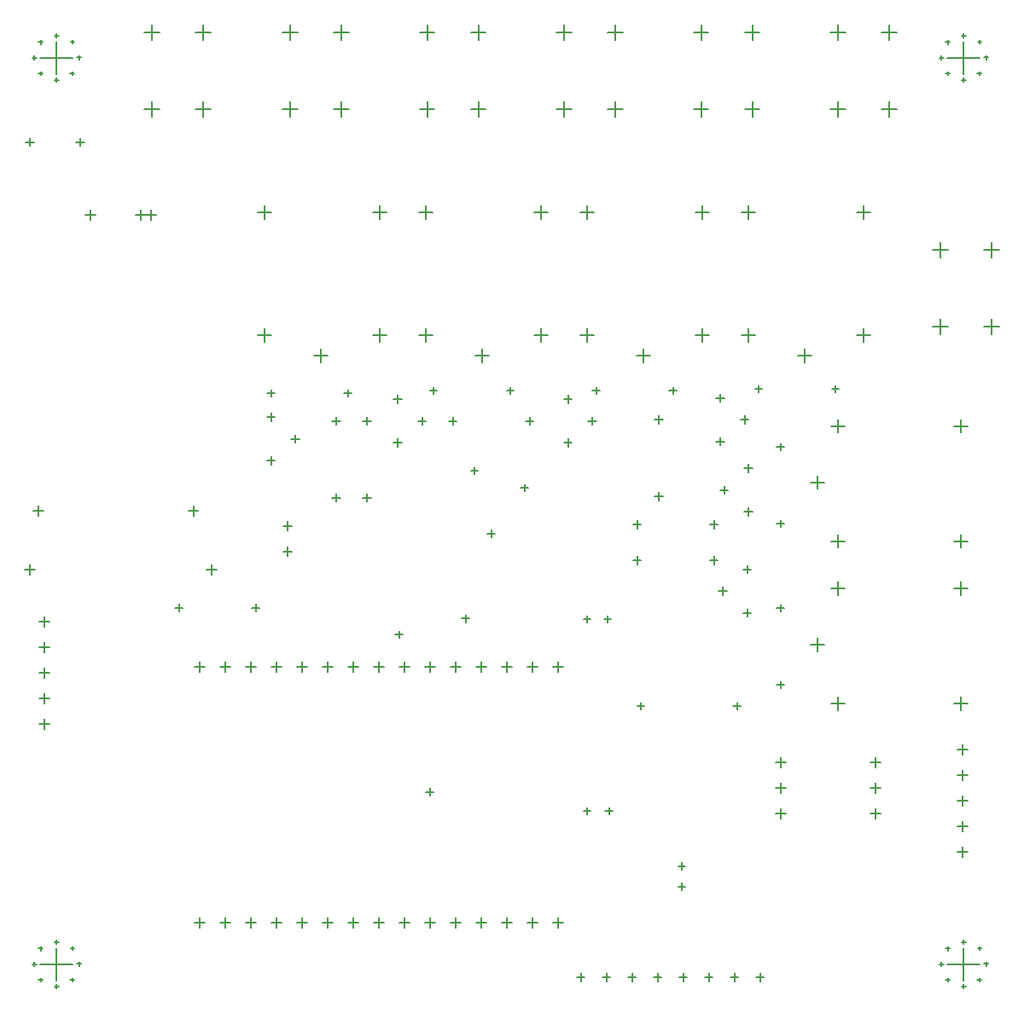
<source format=gbr>
G04*
G04 #@! TF.GenerationSoftware,Altium Limited,Altium Designer,24.3.1 (35)*
G04*
G04 Layer_Color=128*
%FSLAX25Y25*%
%MOIN*%
G70*
G04*
G04 #@! TF.SameCoordinates,1CC19C7B-97DE-4EE6-9EAD-702A75026B31*
G04*
G04*
G04 #@! TF.FilePolarity,Positive*
G04*
G01*
G75*
%ADD13C,0.00500*%
D13*
X7410Y173917D02*
X11347D01*
X9378Y171949D02*
Y175886D01*
X78276Y173917D02*
X82213D01*
X80244Y171949D02*
Y175886D01*
X31032Y312500D02*
X34969D01*
X33000Y310531D02*
Y314469D01*
X54654Y312500D02*
X58591D01*
X56622Y310531D02*
Y314469D01*
X213492Y136000D02*
X217508D01*
X215500Y133992D02*
Y138008D01*
X203492Y136000D02*
X207508D01*
X205500Y133992D02*
Y138008D01*
X193492Y136000D02*
X197508D01*
X195500Y133992D02*
Y138008D01*
X183492Y136000D02*
X187508D01*
X185500Y133992D02*
Y138008D01*
X173492Y136000D02*
X177508D01*
X175500Y133992D02*
Y138008D01*
X163492Y136000D02*
X167508D01*
X165500Y133992D02*
Y138008D01*
X153492Y136000D02*
X157508D01*
X155500Y133992D02*
Y138008D01*
X143492Y136000D02*
X147508D01*
X145500Y133992D02*
Y138008D01*
X133492Y136000D02*
X137508D01*
X135500Y133992D02*
Y138008D01*
X123492Y136000D02*
X127508D01*
X125500Y133992D02*
Y138008D01*
X113492Y136000D02*
X117508D01*
X115500Y133992D02*
Y138008D01*
X103492Y136000D02*
X107508D01*
X105500Y133992D02*
Y138008D01*
X93492Y136000D02*
X97508D01*
X95500Y133992D02*
Y138008D01*
X83492Y136000D02*
X87508D01*
X85500Y133992D02*
Y138008D01*
X73492Y136000D02*
X77508D01*
X75500Y133992D02*
Y138008D01*
X213492Y36000D02*
X217508D01*
X215500Y33992D02*
Y38008D01*
X203492Y36000D02*
X207508D01*
X205500Y33992D02*
Y38008D01*
X193492Y36000D02*
X197508D01*
X195500Y33992D02*
Y38008D01*
X183492Y36000D02*
X187508D01*
X185500Y33992D02*
Y38008D01*
X173492Y36000D02*
X177508D01*
X175500Y33992D02*
Y38008D01*
X163492Y36000D02*
X167508D01*
X165500Y33992D02*
Y38008D01*
X153492Y36000D02*
X157508D01*
X155500Y33992D02*
Y38008D01*
X143492Y36000D02*
X147508D01*
X145500Y33992D02*
Y38008D01*
X133492Y36000D02*
X137508D01*
X135500Y33992D02*
Y38008D01*
X123492Y36000D02*
X127508D01*
X125500Y33992D02*
Y38008D01*
X113492Y36000D02*
X117508D01*
X115500Y33992D02*
Y38008D01*
X103492Y36000D02*
X107508D01*
X105500Y33992D02*
Y38008D01*
X93492Y36000D02*
X97508D01*
X95500Y33992D02*
Y38008D01*
X83492Y36000D02*
X87508D01*
X85500Y33992D02*
Y38008D01*
X73492Y36000D02*
X77508D01*
X75500Y33992D02*
Y38008D01*
X287925Y174000D02*
X291075D01*
X289500Y172425D02*
Y175575D01*
X278425Y165500D02*
X281575D01*
X280000Y163925D02*
Y167075D01*
X287925Y157000D02*
X291075D01*
X289500Y155425D02*
Y158575D01*
X382047Y299000D02*
X387953D01*
X385000Y296047D02*
Y301953D01*
X382047Y269000D02*
X387953D01*
X385000Y266047D02*
Y271953D01*
X362047Y299000D02*
X367953D01*
X365000Y296047D02*
Y301953D01*
X362047Y269000D02*
X367953D01*
X365000Y266047D02*
Y271953D01*
X301122Y159000D02*
X303878D01*
X302500Y157622D02*
Y160378D01*
X301122Y129000D02*
X303878D01*
X302500Y127622D02*
Y130378D01*
X322400Y166500D02*
X327600D01*
X325000Y163900D02*
Y169100D01*
X322400Y121500D02*
X327600D01*
X325000Y118900D02*
Y124100D01*
X314400Y144500D02*
X319600D01*
X317000Y141900D02*
Y147100D01*
X370400Y166500D02*
X375600D01*
X373000Y163900D02*
Y169100D01*
X370400Y121500D02*
X375600D01*
X373000Y118900D02*
Y124100D01*
X274925Y177500D02*
X278075D01*
X276500Y175925D02*
Y179075D01*
X244925Y177500D02*
X248075D01*
X246500Y175925D02*
Y179075D01*
X108228Y181000D02*
X111772D01*
X110000Y179228D02*
Y182772D01*
X108228Y191000D02*
X111772D01*
X110000Y189228D02*
Y192772D01*
X101925Y233500D02*
X105075D01*
X103500Y231925D02*
Y235075D01*
X111425Y225000D02*
X114575D01*
X113000Y223425D02*
Y226575D01*
X101925Y216500D02*
X105075D01*
X103500Y214925D02*
Y218075D01*
X132122Y243000D02*
X134878D01*
X133500Y241622D02*
Y244378D01*
X102122Y243000D02*
X104878D01*
X103500Y241622D02*
Y244378D01*
X127425Y202000D02*
X130575D01*
X129000Y200425D02*
Y203575D01*
X127425Y232000D02*
X130575D01*
X129000Y230425D02*
Y233575D01*
X151425Y240500D02*
X154575D01*
X153000Y238925D02*
Y242075D01*
X160925Y232000D02*
X164075D01*
X162500Y230425D02*
Y233575D01*
X151425Y223500D02*
X154575D01*
X153000Y221925D02*
Y225075D01*
X139425Y202000D02*
X142575D01*
X141000Y200425D02*
Y203575D01*
X139425Y232000D02*
X142575D01*
X141000Y230425D02*
Y233575D01*
X195622Y244000D02*
X198378D01*
X197000Y242622D02*
Y245378D01*
X165622Y244000D02*
X168378D01*
X167000Y242622D02*
Y245378D01*
X172925Y232000D02*
X176075D01*
X174500Y230425D02*
Y233575D01*
X202925Y232000D02*
X206075D01*
X204500Y230425D02*
Y233575D01*
X217925Y240500D02*
X221075D01*
X219500Y238925D02*
Y242075D01*
X227425Y232000D02*
X230575D01*
X229000Y230425D02*
Y233575D01*
X217925Y223500D02*
X221075D01*
X219500Y221925D02*
Y225075D01*
X259122Y244000D02*
X261878D01*
X260500Y242622D02*
Y245378D01*
X229122Y244000D02*
X231878D01*
X230500Y242622D02*
Y245378D01*
X253425Y202500D02*
X256575D01*
X255000Y200925D02*
Y204075D01*
X253425Y232500D02*
X256575D01*
X255000Y230925D02*
Y234075D01*
X277425Y241000D02*
X280575D01*
X279000Y239425D02*
Y242575D01*
X286925Y232500D02*
X290075D01*
X288500Y230925D02*
Y234075D01*
X277425Y224000D02*
X280575D01*
X279000Y222425D02*
Y225575D01*
X322622Y244500D02*
X325378D01*
X324000Y243122D02*
Y245878D01*
X292622Y244500D02*
X295378D01*
X294000Y243122D02*
Y245878D01*
X244925Y191500D02*
X248075D01*
X246500Y189925D02*
Y193075D01*
X274925Y191500D02*
X278075D01*
X276500Y189925D02*
Y193075D01*
X301122Y192000D02*
X303878D01*
X302500Y190622D02*
Y193378D01*
X301122Y222000D02*
X303878D01*
X302500Y220622D02*
Y223378D01*
X288425Y196500D02*
X291575D01*
X290000Y194925D02*
Y198075D01*
X278925Y205000D02*
X282075D01*
X280500Y203425D02*
Y206575D01*
X288425Y213500D02*
X291575D01*
X290000Y211925D02*
Y215075D01*
X370400Y185000D02*
X375600D01*
X373000Y182400D02*
Y187600D01*
X370400Y230000D02*
X375600D01*
X373000Y227400D02*
Y232600D01*
X314400Y208000D02*
X319600D01*
X317000Y205400D02*
Y210600D01*
X322400Y185000D02*
X327600D01*
X325000Y182400D02*
Y187600D01*
X322400Y230000D02*
X327600D01*
X325000Y227400D02*
Y232600D01*
X371532Y73500D02*
X375468D01*
X373500Y71531D02*
Y75468D01*
X371532Y63500D02*
X375468D01*
X373500Y61532D02*
Y65469D01*
X371532Y83500D02*
X375468D01*
X373500Y81532D02*
Y85469D01*
X371532Y93500D02*
X375468D01*
X373500Y91531D02*
Y95468D01*
X371532Y103500D02*
X375468D01*
X373500Y101532D02*
Y105468D01*
X337531Y78500D02*
X341469D01*
X339500Y76531D02*
Y80468D01*
X337531Y88500D02*
X341469D01*
X339500Y86532D02*
Y90469D01*
X337531Y98500D02*
X341469D01*
X339500Y96531D02*
Y100469D01*
X300532Y78500D02*
X304468D01*
X302500Y76531D02*
Y80468D01*
X300532Y88500D02*
X304468D01*
X302500Y86532D02*
Y90469D01*
X300532Y98500D02*
X304468D01*
X302500Y96531D02*
Y100469D01*
X262900Y14500D02*
X266100D01*
X264500Y12900D02*
Y16100D01*
X222900Y14500D02*
X226100D01*
X224500Y12900D02*
Y16100D01*
X232900Y14500D02*
X236100D01*
X234500Y12900D02*
Y16100D01*
X242900Y14500D02*
X246100D01*
X244500Y12900D02*
Y16100D01*
X252900Y14500D02*
X256100D01*
X254500Y12900D02*
Y16100D01*
X282900Y14500D02*
X286100D01*
X284500Y12900D02*
Y16100D01*
X272900Y14500D02*
X276100D01*
X274500Y12900D02*
Y16100D01*
X292900Y14500D02*
X296100D01*
X294500Y12900D02*
Y16100D01*
X13032Y143500D02*
X16969D01*
X15000Y141532D02*
Y145468D01*
X13032Y153500D02*
X16969D01*
X15000Y151532D02*
Y155468D01*
X13032Y133500D02*
X16969D01*
X15000Y131532D02*
Y135468D01*
X13032Y123500D02*
X16969D01*
X15000Y121531D02*
Y125469D01*
X13032Y113500D02*
X16969D01*
X15000Y111531D02*
Y115469D01*
X143400Y313500D02*
X148600D01*
X146000Y310900D02*
Y316100D01*
X98400Y313500D02*
X103600D01*
X101000Y310900D02*
Y316100D01*
X120400Y257500D02*
X125600D01*
X123000Y254900D02*
Y260100D01*
X143400Y265500D02*
X148600D01*
X146000Y262900D02*
Y268100D01*
X98400Y265500D02*
X103600D01*
X101000Y262900D02*
Y268100D01*
X206400Y313500D02*
X211600D01*
X209000Y310900D02*
Y316100D01*
X161400Y313500D02*
X166600D01*
X164000Y310900D02*
Y316100D01*
X183400Y257500D02*
X188600D01*
X186000Y254900D02*
Y260100D01*
X206400Y265500D02*
X211600D01*
X209000Y262900D02*
Y268100D01*
X161400Y265500D02*
X166600D01*
X164000Y262900D02*
Y268100D01*
X269400Y313500D02*
X274600D01*
X272000Y310900D02*
Y316100D01*
X224400Y313500D02*
X229600D01*
X227000Y310900D02*
Y316100D01*
X246400Y257500D02*
X251600D01*
X249000Y254900D02*
Y260100D01*
X269400Y265500D02*
X274600D01*
X272000Y262900D02*
Y268100D01*
X224400Y265500D02*
X229600D01*
X227000Y262900D02*
Y268100D01*
X332400Y313500D02*
X337600D01*
X335000Y310900D02*
Y316100D01*
X287400Y313500D02*
X292600D01*
X290000Y310900D02*
Y316100D01*
X309400Y257500D02*
X314600D01*
X312000Y254900D02*
Y260100D01*
X332400Y265500D02*
X337600D01*
X335000Y262900D02*
Y268100D01*
X287400Y265500D02*
X292600D01*
X290000Y262900D02*
Y268100D01*
X10559Y196752D02*
X14496D01*
X12528Y194783D02*
Y198721D01*
X71189Y196752D02*
X75126D01*
X73157Y194783D02*
Y198721D01*
X31032Y312500D02*
X34969D01*
X33000Y310531D02*
Y314469D01*
X50717Y312500D02*
X54654D01*
X52685Y310531D02*
Y314469D01*
X65925Y159000D02*
X69075D01*
X67500Y157425D02*
Y160575D01*
X95925Y159000D02*
X99075D01*
X97500Y157425D02*
Y160575D01*
X7740Y341000D02*
X10890D01*
X9315Y339425D02*
Y342575D01*
X27425Y341000D02*
X30575D01*
X29000Y339425D02*
Y342575D01*
X74047Y384000D02*
X79953D01*
X77000Y381047D02*
Y386953D01*
X74047Y354000D02*
X79953D01*
X77000Y351047D02*
Y356953D01*
X54047Y384000D02*
X59953D01*
X57000Y381047D02*
Y386953D01*
X54047Y354000D02*
X59953D01*
X57000Y351047D02*
Y356953D01*
X128047Y384000D02*
X133953D01*
X131000Y381047D02*
Y386953D01*
X128047Y354000D02*
X133953D01*
X131000Y351047D02*
Y356953D01*
X108047Y384000D02*
X113953D01*
X111000Y381047D02*
Y386953D01*
X108047Y354000D02*
X113953D01*
X111000Y351047D02*
Y356953D01*
X181547Y384000D02*
X187453D01*
X184500Y381047D02*
Y386953D01*
X181547Y354000D02*
X187453D01*
X184500Y351047D02*
Y356953D01*
X161547Y384000D02*
X167453D01*
X164500Y381047D02*
Y386953D01*
X161547Y354000D02*
X167453D01*
X164500Y351047D02*
Y356953D01*
X235047Y384000D02*
X240953D01*
X238000Y381047D02*
Y386953D01*
X235047Y354000D02*
X240953D01*
X238000Y351047D02*
Y356953D01*
X215047Y384000D02*
X220953D01*
X218000Y381047D02*
Y386953D01*
X215047Y354000D02*
X220953D01*
X218000Y351047D02*
Y356953D01*
X288547Y384000D02*
X294453D01*
X291500Y381047D02*
Y386953D01*
X288547Y354000D02*
X294453D01*
X291500Y351047D02*
Y356953D01*
X268547Y384000D02*
X274453D01*
X271500Y381047D02*
Y386953D01*
X268547Y354000D02*
X274453D01*
X271500Y351047D02*
Y356953D01*
X342047Y384000D02*
X347953D01*
X345000Y381047D02*
Y386953D01*
X342047Y354000D02*
X347953D01*
X345000Y351047D02*
Y356953D01*
X322047Y384000D02*
X327953D01*
X325000Y381047D02*
Y386953D01*
X322047Y354000D02*
X327953D01*
X325000Y351047D02*
Y356953D01*
X13386Y19685D02*
X25984D01*
X19685Y13386D02*
Y25984D01*
X13386Y374016D02*
X25984D01*
X19685Y367717D02*
Y380315D01*
X367717Y374016D02*
X380315D01*
X374016Y367717D02*
Y380315D01*
X367717Y19685D02*
X380315D01*
X374016Y13386D02*
Y25984D01*
X164100Y87000D02*
X166900D01*
X165500Y85600D02*
Y88400D01*
X262600Y58000D02*
X265400D01*
X264000Y56600D02*
Y59400D01*
X262600Y50000D02*
X265400D01*
X264000Y48600D02*
Y51400D01*
X284100Y120500D02*
X286900D01*
X285500Y119100D02*
Y121900D01*
X246600Y120500D02*
X249400D01*
X248000Y119100D02*
Y121900D01*
X234100Y79500D02*
X236900D01*
X235500Y78100D02*
Y80900D01*
X225600Y79500D02*
X228400D01*
X227000Y78100D02*
Y80900D01*
X233600Y154500D02*
X236400D01*
X235000Y153100D02*
Y155900D01*
X225600Y154500D02*
X228400D01*
X227000Y153100D02*
Y155900D01*
X188100Y188000D02*
X190900D01*
X189500Y186600D02*
Y189400D01*
X181600Y212500D02*
X184400D01*
X183000Y211100D02*
Y213900D01*
X152100Y148500D02*
X154900D01*
X153500Y147100D02*
Y149900D01*
X178100Y154750D02*
X180900D01*
X179500Y153350D02*
Y156150D01*
X201100Y205800D02*
X203900D01*
X202500Y204400D02*
Y207200D01*
X25022Y13560D02*
X26597D01*
X25810Y12773D02*
Y14348D01*
X12773Y13560D02*
X14348D01*
X13560Y12773D02*
Y14348D01*
X10236Y19685D02*
X11811D01*
X11024Y18898D02*
Y20472D01*
X12773Y25810D02*
X14348D01*
X13560Y25022D02*
Y26597D01*
X25219Y25908D02*
X26794D01*
X26006Y25121D02*
Y26695D01*
X27756Y19783D02*
X29331D01*
X28543Y18996D02*
Y20571D01*
X18898Y11024D02*
X20472D01*
X19685Y10236D02*
Y11811D01*
X18898Y28346D02*
X20472D01*
X19685Y27559D02*
Y29134D01*
X25022Y367891D02*
X26597D01*
X25810Y367104D02*
Y368679D01*
X12773Y367891D02*
X14348D01*
X13560Y367104D02*
Y368679D01*
X10236Y374016D02*
X11811D01*
X11024Y373228D02*
Y374803D01*
X12773Y380140D02*
X14348D01*
X13560Y379353D02*
Y380928D01*
X25219Y380239D02*
X26794D01*
X26006Y379451D02*
Y381026D01*
X27756Y374114D02*
X29331D01*
X28543Y373327D02*
Y374902D01*
X18898Y365354D02*
X20472D01*
X19685Y364567D02*
Y366142D01*
X18898Y382677D02*
X20472D01*
X19685Y381890D02*
Y383465D01*
X379353Y367891D02*
X380928D01*
X380140Y367104D02*
Y368679D01*
X367104Y367891D02*
X368679D01*
X367891Y367104D02*
Y368679D01*
X364567Y374016D02*
X366142D01*
X365354Y373228D02*
Y374803D01*
X367104Y380140D02*
X368679D01*
X367891Y379353D02*
Y380928D01*
X379550Y380239D02*
X381125D01*
X380337Y379451D02*
Y381026D01*
X382087Y374114D02*
X383661D01*
X382874Y373327D02*
Y374902D01*
X373228Y365354D02*
X374803D01*
X374016Y364567D02*
Y366142D01*
X373228Y382677D02*
X374803D01*
X374016Y381890D02*
Y383465D01*
X379353Y13560D02*
X380928D01*
X380140Y12773D02*
Y14348D01*
X367104Y13560D02*
X368679D01*
X367891Y12773D02*
Y14348D01*
X364567Y19685D02*
X366142D01*
X365354Y18898D02*
Y20472D01*
X367104Y25810D02*
X368679D01*
X367891Y25022D02*
Y26597D01*
X379550Y25908D02*
X381125D01*
X380337Y25121D02*
Y26695D01*
X382087Y19783D02*
X383661D01*
X382874Y18996D02*
Y20571D01*
X373228Y11024D02*
X374803D01*
X374016Y10236D02*
Y11811D01*
X373228Y28346D02*
X374803D01*
X374016Y27559D02*
Y29134D01*
M02*

</source>
